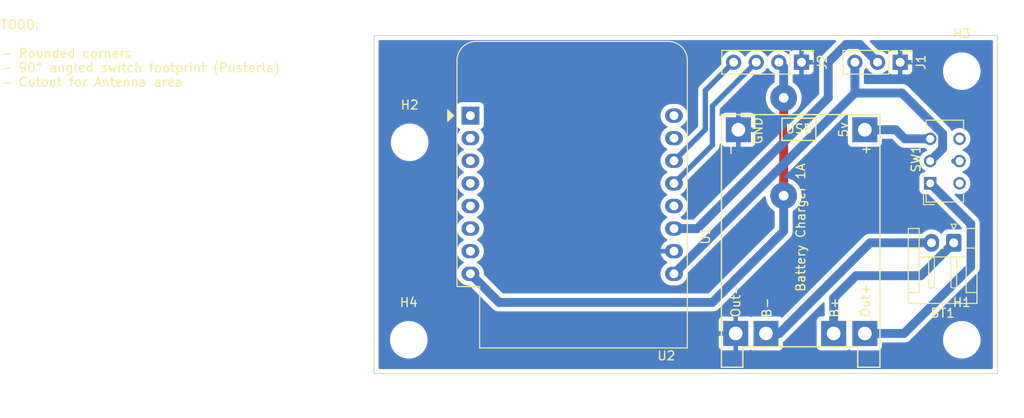
<source format=kicad_pcb>
(kicad_pcb (version 20211014) (generator pcbnew)
  (layers (0 "F.Cu" signal) (31 "B.Cu" signal) (34 "B.Paste" user) (35 "F.Paste" user) (36 "B.SilkS" user "B.Silkscreen") (37 "F.SilkS" user "F.Silkscreen") (38 "B.Mask" user) (39 "F.Mask" user) (44 "Edge.Cuts" user))
  (net 0 "")
  (net 1 "GND")
  (net 2 "Neopixel")
  (net 3 "+4V")
  (net 4 "+3V3")
  (net 5 "I2C_SDA")
  (net 6 "I2C_CLK")
  (net 7 "+5V")
  (net 8 "Net-(SW1-Pad1)")
  (net 9 "Net-(BT1-Pad1)")
  (net 10 "Net-(BT1-Pad2)")
  (footprint "Button_Switch_THT:SW_CuK_JS202011CQN_DPDT_Straight" (layer "F.Cu") (at 173.45 77.6075 90)
    (fp_text reference "SW1" (at 2.75 -1.6 90) (layer "F.SilkS"))
    (fp_text value "POWER SELECT")
    (fp_line (start 7.1 -0.45) (end 7.1 3.75) (layer "F.SilkS") (width 0.12))
    (fp_line (start 5.9 -0.45) (end 7.1 -0.45) (layer "F.SilkS") (width 0.12))
    (fp_line (start -2.4 -0.75) (end -2.4 0.45) (layer "F.SilkS") (width 0.12))
    (fp_line (start -1.2 -0.75) (end -2.4 -0.75) (layer "F.SilkS") (width 0.12))
    (fp_line (start -2.1 -0.45) (end -2.1 3.75) (layer "F.SilkS") (width 0.12))
    (fp_line (start 7.1 3.75) (end 5.9 3.75) (layer "F.SilkS") (width 0.12))
    (fp_line (start -2.1 3.75) (end -0.9 3.75) (layer "F.SilkS") (width 0.12))
    (fp_line (start -0.9 -0.45) (end -2.1 -0.45) (layer "F.SilkS") (width 0.12))
    (pad "1" thru_hole rect (at 0 0 90) (size 1.4 1.4) (drill 0.9) (layers *.Cu *.Mask) (net 8 "Net-(SW1-Pad1)"))
    (pad "2" thru_hole circle (at 2.5 0 90) (size 1.4 1.4) (drill 0.9) (layers *.Cu *.Mask) (net 3 "+4V"))
    (pad "3" thru_hole circle (at 5 0 90) (size 1.4 1.4) (drill 0.9) (layers *.Cu *.Mask) (net 7 "+5V"))
    (pad "4" thru_hole circle (at 0 3.3 90) (size 1.4 1.4) (drill 0.9) (layers *.Cu *.Mask))
    (pad "5" thru_hole circle (at 2.5 3.3 90) (size 1.4 1.4) (drill 0.9) (layers *.Cu *.Mask))
    (pad "6" thru_hole circle (at 5 3.3 90) (size 1.4 1.4) (drill 0.9) (layers *.Cu *.Mask))
  )
  (footprint "Connector_PinHeader_2.54mm:PinHeader_1x03_P2.54mm_Vertical" (layer "F.Cu") (at 170.08 64 -90)
    (fp_text reference "J1" (at 0 -2.33 90) (layer "F.SilkS"))
    (fp_text value "Neopixel")
    (fp_line (start -1.33 6.41) (end 1.33 6.41) (layer "F.SilkS") (width 0.12))
    (fp_line (start 1.33 1.27) (end 1.33 6.41) (layer "F.SilkS") (width 0.12))
    (fp_line (start -1.33 0) (end -1.33 -1.33) (layer "F.SilkS") (width 0.12))
    (fp_line (start -1.33 -1.33) (end 0 -1.33) (layer "F.SilkS") (width 0.12))
    (fp_line (start -1.33 1.27) (end -1.33 6.41) (layer "F.SilkS") (width 0.12))
    (fp_line (start -1.33 1.27) (end 1.33 1.27) (layer "F.SilkS") (width 0.12))
    (pad "1" thru_hole rect (at 0 0 270) (size 1.7 1.7) (drill 1) (layers *.Cu *.Mask) (net 1 "GND"))
    (pad "2" thru_hole oval (at 0 2.54 270) (size 1.7 1.7) (drill 1) (layers *.Cu *.Mask) (net 2 "Neopixel"))
    (pad "3" thru_hole oval (at 0 5.08 270) (size 1.7 1.7) (drill 1) (layers *.Cu *.Mask) (net 3 "+4V"))
  )
  (footprint "MountingHole:MountingHole_3.2mm_M3" (layer "F.Cu") (at 115 73)
    (fp_text reference "H2" (at 0 -4.2) (layer "F.SilkS"))
    (fp_text value "MountingHole")
    (pad "" np_thru_hole circle (at 0 0) (size 3.2 3.2) (drill 3.2) (layers *.Cu *.Mask))
  )
  (footprint "Connector_PinHeader_2.54mm:PinHeader_1x04_P2.54mm_Vertical" (layer "F.Cu") (at 159 64 -90)
    (fp_text reference "J2" (at 0 -2.33 90) (layer "F.SilkS"))
    (fp_text value "I2C")
    (fp_line (start -1.33 1.27) (end 1.33 1.27) (layer "F.SilkS") (width 0.12))
    (fp_line (start -1.33 1.27) (end -1.33 8.95) (layer "F.SilkS") (width 0.12))
    (fp_line (start -1.33 -1.33) (end 0 -1.33) (layer "F.SilkS") (width 0.12))
    (fp_line (start -1.33 0) (end -1.33 -1.33) (layer "F.SilkS") (width 0.12))
    (fp_line (start 1.33 1.27) (end 1.33 8.95) (layer "F.SilkS") (width 0.12))
    (fp_line (start -1.33 8.95) (end 1.33 8.95) (layer "F.SilkS") (width 0.12))
    (pad "1" thru_hole rect (at 0 0 270) (size 1.7 1.7) (drill 1) (layers *.Cu *.Mask) (net 1 "GND"))
    (pad "2" thru_hole oval (at 0 2.54 270) (size 1.7 1.7) (drill 1) (layers *.Cu *.Mask) (net 4 "+3V3"))
    (pad "3" thru_hole oval (at 0 5.08 270) (size 1.7 1.7) (drill 1) (layers *.Cu *.Mask) (net 5 "I2C_SDA"))
    (pad "4" thru_hole oval (at 0 7.62 270) (size 1.7 1.7) (drill 1) (layers *.Cu *.Mask) (net 6 "I2C_CLK"))
  )
  (footprint "MountingHole:MountingHole_3.2mm_M3" (layer "F.Cu") (at 177 65)
    (fp_text reference "H3" (at 0 -4.2) (layer "F.SilkS"))
    (fp_text value "MountingHole")
    (pad "" np_thru_hole circle (at 0 0) (size 3.2 3.2) (drill 3.2) (layers *.Cu *.Mask))
  )
  (footprint "Connector_JST:JST_EH_S2B-EH_1x02_P2.50mm_Horizontal" (layer "F.Cu") (at 176.1 84.3 180)
    (fp_text reference "BT1" (at 1.25 -7.9) (layer "F.SilkS"))
    (fp_text value "Battery_Cell")
    (fp_line (start 2.82 -5.01) (end 2.82 -1.59) (layer "F.SilkS") (width 0.12))
    (fp_line (start -2.61 1.61) (end -2.61 -6.81) (layer "F.SilkS") (width 0.12))
    (fp_line (start 2.5 -5.09) (end 2.82 -5.01) (layer "F.SilkS") (width 0.12))
    (fp_line (start 0.32 -5.01) (end 0.32 -1.59) (layer "F.SilkS") (width 0.12))
    (fp_line (start 2.18 -1.59) (end 2.18 -5.01) (layer "F.SilkS") (width 0.12))
    (fp_line (start -2.61 -5.59) (end -1.39 -5.59) (layer "F.SilkS") (width 0.12))
    (fp_line (start 3.89 -0.59) (end 5.11 -0.59) (layer "F.SilkS") (width 0.12))
    (fp_line (start -1.39 -1.59) (end 3.89 -1.59) (layer "F.SilkS") (width 0.12))
    (fp_line (start -1.39 -0.59) (end -1.39 1.61) (layer "F.SilkS") (width 0.12))
    (fp_line (start 3.89 -5.59) (end 3.89 -0.59) (layer "F.SilkS") (width 0.12))
    (fp_line (start 1.17 -0.59) (end 1.33 -0.59) (layer "F.SilkS") (width 0.12))
    (fp_line (start 2.82 -1.59) (end 2.5 -1.59) (layer "F.SilkS") (width 0.12))
    (fp_line (start 3.89 1.61) (end 3.89 -0.59) (layer "F.SilkS") (width 0.12))
    (fp_line (start 0 -1.59) (end -0.32 -1.59) (layer "F.SilkS") (width 0.12))
    (fp_line (start 0 1.5) (end -0.3 2.1) (layer "F.SilkS") (width 0.12))
    (fp_line (start 0.32 -1.59) (end 0 -1.59) (layer "F.SilkS") (width 0.12))
    (fp_line (start -0.32 -5.01) (end 0 -5.09) (layer "F.SilkS") (width 0.12))
    (fp_line (start 2.5 -1.59) (end 2.18 -1.59) (layer "F.SilkS") (width 0.12))
    (fp_line (start 2.18 -5.01) (end 2.5 -5.09) (layer "F.SilkS") (width 0.12))
    (fp_line (start -0.32 -1.59) (end -0.32 -5.01) (layer "F.SilkS") (width 0.12))
    (fp_line (start -1.39 -5.59) (end -1.39 -0.59) (layer "F.SilkS") (width 0.12))
    (fp_line (start 0 -5.09) (end 0.32 -5.01) (layer "F.SilkS") (width 0.12))
    (fp_line (start -2.61 -6.81) (end 5.11 -6.81) (layer "F.SilkS") (width 0.12))
    (fp_line (start -1.39 -0.59) (end -2.61 -0.59) (layer "F.SilkS") (width 0.12))
    (fp_line (start 5.11 1.61) (end 3.89 1.61) (layer "F.SilkS") (width 0.12))
    (fp_line (start 0.3 2.1) (end 0 1.5) (layer "F.SilkS") (width 0.12))
    (fp_line (start 5.11 -5.59) (end 3.89 -5.59) (layer "F.SilkS") (width 0.12))
    (fp_line (start -0.3 2.1) (end 0.3 2.1) (layer "F.SilkS") (width 0.12))
    (fp_line (start -1.39 1.61) (end -2.61 1.61) (layer "F.SilkS") (width 0.12))
    (fp_line (start 5.11 -6.81) (end 5.11 1.61) (layer "F.SilkS") (width 0.12))
    (pad "1" thru_hole roundrect (at 0 0 180) (size 1.7 2) (drill 1) (layers *.Cu *.Mask) (roundrect_rratio 0.147059) (net 9 "Net-(BT1-Pad1)"))
    (pad "2" thru_hole oval (at 2.5 0 180) (size 1.7 2) (drill 1) (layers *.Cu *.Mask) (net 10 "Net-(BT1-Pad2)"))
  )
  (footprint "MountingHole:MountingHole_3.2mm_M3" (layer "F.Cu") (at 114.9 95.2)
    (fp_text reference "H4" (at 0 -4.2) (layer "F.SilkS"))
    (fp_text value "MountingHole")
    (pad "" np_thru_hole circle (at 0 0) (size 3.2 3.2) (drill 3.2) (layers *.Cu *.Mask))
  )
  (footprint "MountingHole:MountingHole_3.2mm_M3" (layer "F.Cu") (at 177 95.2)
    (fp_text reference "H1" (at 0 -4.2) (layer "F.SilkS"))
    (fp_text value "MountingHole")
    (pad "" np_thru_hole circle (at 0 0) (size 3.2 3.2) (drill 3.2) (layers *.Cu *.Mask))
  )
  (footprint "Module:WEMOS_D1_mini_light" (layer "F.Cu") (at 121.82 70)
    (fp_text reference "U2" (at 22 27) (layer "F.SilkS"))
    (fp_text value "WeMos_D1_mini")
    (fp_line (start -1.5 19.22) (end -1.5 -6.21) (layer "F.SilkS") (width 0.12))
    (fp_line (start -1.5 19.22) (end 1.04 19.22) (layer "F.SilkS") (width 0.12))
    (fp_line (start 24.36 26.12) (end 24.36 -6.21) (layer "F.SilkS") (width 0.12))
    (fp_line (start 1.04 19.22) (end 1.04 26.12) (layer "F.SilkS") (width 0.12))
    (fp_line (start 22.24 -8.34) (end 0.63 -8.34) (layer "F.SilkS") (width 0.12))
    (fp_line (start 1.04 26.12) (end 24.36 26.12) (layer "F.SilkS") (width 0.12))
    (fp_arc (start 22.23 -8.34) (mid 23.736137 -7.716137) (end 24.36 -6.21) (layer "F.SilkS") (width 0.12))
    (fp_arc (start -1.5 -6.21) (mid -0.876137 -7.716137) (end 0.63 -8.34) (layer "F.SilkS") (width 0.12))
    (fp_poly (pts (xy -2.54 -0.635) (xy -2.54 0.635) (xy -1.905 0)) (layer "F.SilkS") (width 0.15) (fill solid))
    (pad "1" thru_hole rect (at 0 0) (size 2 2) (drill 1) (layers *.Cu *.Mask))
    (pad "2" thru_hole oval (at 0 2.54) (size 2 1.6) (drill 1) (layers *.Cu *.Mask))
    (pad "3" thru_hole oval (at 0 5.08) (size 2 1.6) (drill 1) (layers *.Cu *.Mask))
    (pad "4" thru_hole oval (at 0 7.62) (size 2 1.6) (drill 1) (layers *.Cu *.Mask))
    (pad "5" thru_hole oval (at 0 10.16) (size 2 1.6) (drill 1) (layers *.Cu *.Mask))
    (pad "6" thru_hole oval (at 0 12.7) (size 2 1.6) (drill 1) (layers *.Cu *.Mask))
    (pad "7" thru_hole oval (at 0 15.24) (size 2 1.6) (drill 1) (layers *.Cu *.Mask))
    (pad "8" thru_hole oval (at 0 17.78) (size 2 1.6) (drill 1) (layers *.Cu *.Mask) (net 4 "+3V3"))
    (pad "9" thru_hole oval (at 22.86 17.78) (size 2 1.6) (drill 1) (layers *.Cu *.Mask) (net 3 "+4V"))
    (pad "10" thru_hole oval (at 22.86 15.24) (size 2 1.6) (drill 1) (layers *.Cu *.Mask) (net 1 "GND"))
    (pad "11" thru_hole oval (at 22.86 12.7) (size 2 1.6) (drill 1) (layers *.Cu *.Mask) (net 2 "Neopixel"))
    (pad "12" thru_hole oval (at 22.86 10.16) (size 2 1.6) (drill 1) (layers *.Cu *.Mask))
    (pad "13" thru_hole oval (at 22.86 7.62) (size 2 1.6) (drill 1) (layers *.Cu *.Mask) (net 5 "I2C_SDA"))
    (pad "14" thru_hole oval (at 22.86 5.08) (size 2 1.6) (drill 1) (layers *.Cu *.Mask) (net 6 "I2C_CLK"))
    (pad "15" thru_hole oval (at 22.86 2.54) (size 2 1.6) (drill 1) (layers *.Cu *.Mask))
    (pad "16" thru_hole oval (at 22.86 0) (size 2 1.6) (drill 1) (layers *.Cu *.Mask))
  )
  (footprint "TP4056:TP4056" (layer "F.Cu") (at 167.8125 69.8875 -90)
    (fp_text reference "U1" (at 13.6 19.6 90) (layer "F.SilkS"))
    (fp_text value "TP4056")
    (fp_text user "-" (at 4 16.8 90) (layer "F.SilkS"))
    (fp_text user "Battery Charger 1A" (at 12.7 8.9 90) (layer "F.SilkS"))
    (fp_text user "5v" (at 1.7 4.1 90) (layer "F.SilkS"))
    (fp_text user "USB" (at 1.6 9.1) (layer "F.SilkS"))
    (fp_text user "Out-" (at 20.9 16.2 90) (layer "F.SilkS"))
    (fp_text user "B-" (at 21.7 12.7 90) (layer "F.SilkS"))
    (fp_text user "Out+" (at 20.9 1.6 90) (layer "F.SilkS"))
    (fp_text user "B+" (at 21.7 5.1 90) (layer "F.SilkS"))
    (fp_text user "+" (at 3.9 1.6 90) (layer "F.SilkS"))
    (fp_text user "GND" (at 1.8 13.7 90) (layer "F.SilkS"))
    (fp_line (start 28.4 15.7) (end 28.4 17.8) (layer "F.SilkS") (width 0.15))
    (fp_line (start 28.4 17.8) (end 0 17.8) (layer "F.SilkS") (width 0.15))
    (fp_line (start 0.4 11) (end 0.4 7.3) (layer "F.SilkS") (width 0.15))
    (fp_line (start 0 17.8) (end 0 0) (layer "F.SilkS") (width 0.15))
    (fp_line (start 28.4 0) (end 28.4 2.5) (layer "F.SilkS") (width 0.15))
    (fp_line (start 2.9 7.2) (end 2.9 11) (layer "F.SilkS") (width 0.15))
    (fp_line (start 26.3 15.4) (end 28.4 15.4) (layer "F.SilkS") (width 0.15))
    (fp_line (start 26.1 15.4) (end 26.4 15.4) (layer "F.SilkS") (width 0.15))
    (fp_line (start 26.3 0) (end 28.4 0) (layer "F.SilkS") (width 0.15))
    (fp_line (start 26.1 2.5) (end 26.1 15.4) (layer "F.SilkS") (width 0.15))
    (fp_line (start 28.4 2.5) (end 26.1 2.5) (layer "F.SilkS") (width 0.15))
    (fp_line (start 2.9 11) (end 0.4 11) (layer "F.SilkS") (width 0.15))
    (fp_line (start 0 0) (end 26.3 0) (layer "F.SilkS") (width 0.15))
    (fp_line (start 28.4 15.4) (end 28.4 15.7) (layer "F.SilkS") (width 0.15))
    (fp_line (start 0.4 7.2) (end 2.9 7.2) (layer "F.SilkS") (width 0.15))
    (pad "1" thru_hole rect (at 1.7 1.7 270) (size 2.8 2.8) (drill 1.54) (layers *.Cu *.Mask) (net 7 "+5V"))
    (pad "2" thru_hole rect (at 1.7 15.9 270) (size 2.8 2.8) (drill 1.54) (layers *.Cu *.Mask) (net 1 "GND"))
    (pad "3" thru_hole rect (at 24.6 1.7 270) (size 2.8 2.8) (drill 1.54) (layers *.Cu *.Mask) (net 8 "Net-(SW1-Pad1)"))
    (pad "4" thru_hole rect (at 24.6 16.2 270) (size 2.8 2.8) (drill 1.54) (layers *.Cu *.Mask) (net 1 "GND"))
    (pad "5" thru_hole rect (at 24.6 5.2 270) (size 2.8 2.8) (drill 1.54) (layers *.Cu *.Mask) (net 9 "Net-(BT1-Pad1)"))
    (pad "6" thru_hole rect (at 24.6 12.8 270) (size 2.8 2.8) (drill 1.54) (layers *.Cu *.Mask) (net 10 "Net-(BT1-Pad2)"))
  )
  (gr_rect (start 111 99) (end 181 61) (layer "Edge.Cuts") (width 0.1) (fill none))
  (gr_text "TODO:\n\n- Rounded corners\n- 90° angled switch footprint (Pusterla)\n- Cutout for Antenna area" (at 69 63) (layer "F.SilkS") (effects (font (size 1 1)) (justify left)))
  (segment (start 176.75 75.1075) (end 176.1075 75.1075) (width 0.6) (layer "B.Cu") (net 0))
  (segment (start 165.54 62) (end 164 62) (width 1) (layer "B.Cu") (net 2))
  (segment (start 164 62) (end 162 64) (width 1) (layer "B.Cu") (net 2))
  (segment (start 162 64) (end 162 68) (width 1) (layer "B.Cu") (net 2))
  (segment (start 147.3 82.7) (end 144.68 82.7) (width 1) (layer "B.Cu") (net 2))
  (segment (start 167.54 64) (end 165.54 62) (width 1) (layer "B.Cu") (net 2))
  (segment (start 162 68) (end 147.3 82.7) (width 1) (layer "B.Cu") (net 2))
  (segment (start 165 66.6575) (end 165 64) (width 1) (layer "B.Cu") (net 3))
  (segment (start 165 67.46) (end 144.68 87.78) (width 1) (layer "B.Cu") (net 3))
  (segment (start 165 66.6575) (end 165 67.46) (width 1) (layer "B.Cu") (net 3))
  (segment (start 174.85 73.7075) (end 174.85 72.027601) (width 1) (layer "B.Cu") (net 3))
  (segment (start 174.85 72.027601) (end 170.282399 67.46) (width 1) (layer "B.Cu") (net 3))
  (segment (start 173.45 75.1075) (end 174.85 73.7075) (width 1) (layer "B.Cu") (net 3))
  (segment (start 170.282399 67.46) (end 165 67.46) (width 1) (layer "B.Cu") (net 3))
  (segment (start 157 69) (end 157 68) (width 1) (layer "F.Cu") (net 4))
  (segment (start 157 79) (end 157 69) (width 1) (layer "F.Cu") (net 4))
  (via (at 157 79) (size 3) (drill 1.1) (layers "F.Cu" "B.Cu") (net 4))
  (via (at 157 68) (size 3) (drill 1.1) (layers "F.Cu" "B.Cu") (net 4))
  (segment (start 157 68) (end 157 64.54) (width 1) (layer "B.Cu") (net 4))
  (segment (start 149 91) (end 156.46 83.54) (width 1) (layer "B.Cu") (net 4))
  (segment (start 125.04 91) (end 149 91) (width 1) (layer "B.Cu") (net 4))
  (segment (start 156.46 83.54) (end 157 83) (width 1) (layer "B.Cu") (net 4))
  (segment (start 157 83) (end 157 79) (width 1) (layer "B.Cu") (net 4))
  (segment (start 157 64.54) (end 156.46 64) (width 1) (layer "B.Cu") (net 4))
  (segment (start 121.82 87.78) (end 125.04 91) (width 1) (layer "B.Cu") (net 4))
  (segment (start 149 73.3) (end 149 68.92) (width 0.6) (layer "B.Cu") (net 5))
  (segment (start 149 68.92) (end 153.92 64) (width 0.6) (layer "B.Cu") (net 5))
  (segment (start 144.68 77.62) (end 149 73.3) (width 0.6) (layer "B.Cu") (net 5))
  (segment (start 144.68 75.08) (end 148.200499 71.559501) (width 0.6) (layer "B.Cu") (net 6))
  (segment (start 148.200499 71.559501) (end 148.200499 67.179501) (width 0.6) (layer "B.Cu") (net 6))
  (segment (start 148.200499 67.179501) (end 151.38 64) (width 0.6) (layer "B.Cu") (net 6))
  (segment (start 170.6075 72.6075) (end 169.5875 71.5875) (width 1) (layer "B.Cu") (net 7))
  (segment (start 169.5875 71.5875) (end 166.1125 71.5875) (width 1) (layer "B.Cu") (net 7))
  (segment (start 173.45 72.6075) (end 170.6075 72.6075) (width 1) (layer "B.Cu") (net 7))
  (segment (start 170.5125 94.4875) (end 178 87) (width 1) (layer "B.Cu") (net 8))
  (segment (start 178 82.1575) (end 173.45 77.6075) (width 1) (layer "B.Cu") (net 8))
  (segment (start 166.1125 94.4875) (end 170.5125 94.4875) (width 1) (layer "B.Cu") (net 8))
  (segment (start 178 87) (end 178 82.1575) (width 1) (layer "B.Cu") (net 8))
  (segment (start 176.1 84.3) (end 172.4 88) (width 1) (layer "B.Cu") (net 9))
  (segment (start 172.4 88) (end 165.130666 88) (width 1) (layer "B.Cu") (net 9))
  (segment (start 165.130666 88) (end 162.6125 90.518166) (width 1) (layer "B.Cu") (net 9))
  (segment (start 162.6125 90.518166) (end 162.6125 94.4875) (width 1) (layer "B.Cu") (net 9))
  (segment (start 155.0125 94.4875) (end 156.5125 94.4875) (width 1) (layer "B.Cu") (net 10))
  (segment (start 166.7 84.3) (end 173.6 84.3) (width 1) (layer "B.Cu") (net 10))
  (segment (start 156.5125 94.4875) (end 166.7 84.3) (width 1) (layer "B.Cu") (net 10))
  (zone (net 1) (net_name "GND") (layer "B.Cu") (connect_pads (clearance 0.508)) (min_thickness 0.254) (fill yes (thermal_gap 0.508) (thermal_bridge_width 0.508))
    (polygon (pts (xy 184 104) (xy 105 104) (xy 105 57) (xy 184 57)))
  )
)
</source>
